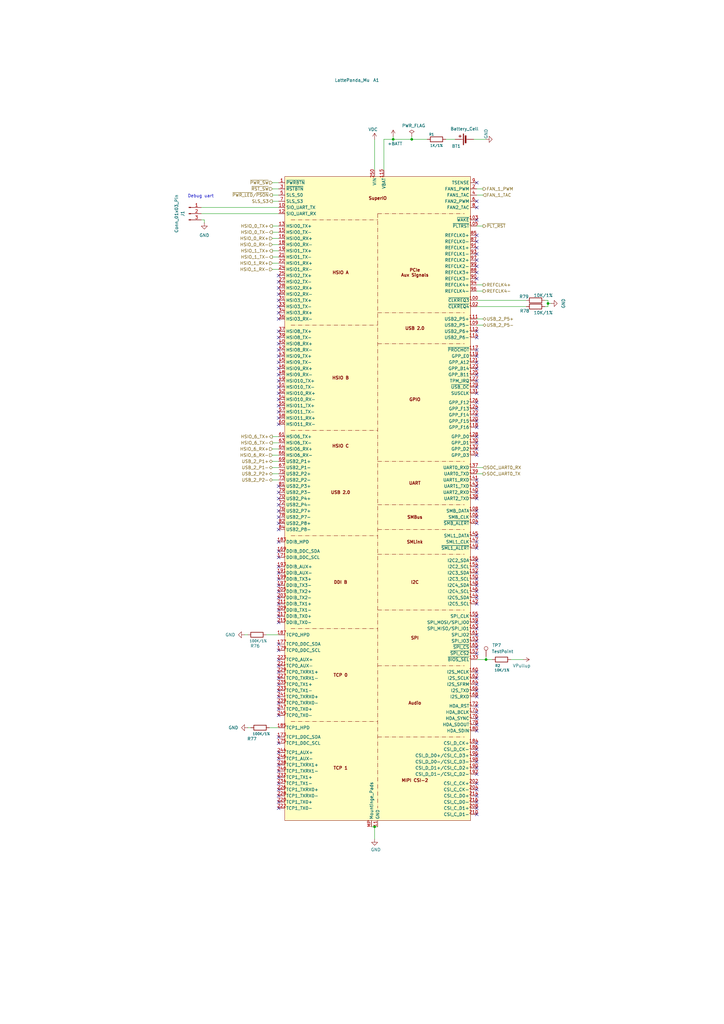
<source format=kicad_sch>
(kicad_sch (version 20250114) (generator "eeschema") (generator_version "9.0")
  (paper "A3" portrait)
  (lib_symbols
    (symbol "+3V3_1" (power) (pin_numbers (hide yes)) (pin_names (offset 0) (hide yes))
      (property "Value" "+3V3" (at 0 3.556 0))
      (symbol "+3V3_1_0_1"
        (polyline (pts (xy -0.762 1.27) (xy 0 2.54)))
        (polyline (pts (xy 0 2.54) (xy 0.762 1.27)))
        (polyline (pts (xy 0 0) (xy 0 2.54)))
      )
      (symbol "+3V3_1_1_1"
        (pin power_in line (at 0 0 90) (length 0) (name "~") (number "1"))
      )
    )
    (symbol "Connector:Conn_01x03_Pin" (pin_names (offset 1.016) (hide yes))
      (property "Reference" "J" (at 0 5.08 0))
      (property "Value" "Conn_01x03_Pin" (at 0 -5.08 0))
      (symbol "Conn_01x03_Pin_1_1"
        (rectangle (start 0.8636 2.667) (end 0 2.413) (stroke (width 0.1524)) (fill (type outline)))
        (rectangle (start 0.8636 0.127) (end 0 -0.127) (stroke (width 0.1524)) (fill (type outline)))
        (rectangle (start 0.8636 -2.413) (end 0 -2.667) (stroke (width 0.1524)) (fill (type outline)))
        (polyline (pts (xy 1.27 2.54) (xy 0.8636 2.54)) (stroke (width 0.1524)))
        (polyline (pts (xy 1.27 0) (xy 0.8636 0)) (stroke (width 0.1524)))
        (polyline (pts (xy 1.27 -2.54) (xy 0.8636 -2.54)) (stroke (width 0.1524)))
        (pin passive line (at 5.08 2.54 180) (length 3.81) (name "Pin_1") (number "1"))
        (pin passive line (at 5.08 0 180) (length 3.81) (name "Pin_2") (number "2"))
        (pin passive line (at 5.08 -2.54 180) (length 3.81) (name "Pin_3") (number "3"))
      )
    )
    (symbol "Connector:TestPoint" (pin_numbers (hide yes)) (pin_names (offset 0.762) (hide yes))
      (property "Reference" "TP" (at 0 6.858 0))
      (property "Value" "TestPoint" (at 0 5.08 0))
      (symbol "TestPoint_0_1"
        (circle (center 0 3.302) (radius 0.762))
      )
      (symbol "TestPoint_1_1"
        (pin passive line (at 0 0 90) (length 2.54) (name "1") (number "1"))
      )
    )
    (symbol "Device:Battery_Cell" (pin_numbers (hide yes)) (pin_names (offset 0) (hide yes))
      (property "Reference" "BT" (at 2.54 2.54 0))
      (property "Value" "Battery_Cell" (at 2.54 0 0))
      (symbol "Battery_Cell_0_1"
        (rectangle (start -2.286 1.778) (end 2.286 1.524) (fill (type outline)))
        (rectangle (start -1.524 1.016) (end 1.524 0.508) (fill (type outline)))
        (polyline (pts (xy 0 1.778) (xy 0 2.54)))
        (polyline (pts (xy 0 0.762) (xy 0 0)))
        (polyline (pts (xy 0.762 3.048) (xy 1.778 3.048)) (stroke (width 0.254)))
        (polyline (pts (xy 1.27 3.556) (xy 1.27 2.54)) (stroke (width 0.254)))
      )
      (symbol "Battery_Cell_1_1"
        (pin passive line (at 0 5.08 270) (length 2.54) (name "+") (number "1"))
        (pin passive line (at 0 -2.54 90) (length 2.54) (name "-") (number "2"))
      )
    )
    (symbol "Device:R" (pin_numbers (hide yes)) (pin_names (offset 0))
      (property "Reference" "R" (at 2.032 0 90))
      (property "Value" "R" (at 0 0 90))
      (symbol "R_0_1"
        (rectangle (start -1.016 -2.54) (end 1.016 2.54) (stroke (width 0.254)))
      )
      (symbol "R_1_1"
        (pin passive line (at 0 3.81 270) (length 1.27) (name "~") (number "1"))
        (pin passive line (at 0 -3.81 90) (length 1.27) (name "~") (number "2"))
      )
    )
    (symbol "MCU_Module_LattePanda:LattePanda_Mu"
      (property "Reference" "A" (at -38.1 133.35 0))
      (property "Value" "LattePanda_Mu" (at 38.1 133.35 0))
      (symbol "LattePanda_Mu_1_0"
        (pin passive line (at 0 -134.62 90) (length 2.54) (hide yes) (name "GND") (number "101"))
        (pin passive line (at 0 -134.62 90) (length 2.54) (hide yes) (name "GND") (number "107"))
        (pin passive line (at 0 -134.62 90) (length 2.54) (hide yes) (name "GND") (number "110"))
        (pin passive line (at 0 -134.62 90) (length 2.54) (hide yes) (name "GND") (number "113"))
        (pin passive line (at 0 -134.62 90) (length 2.54) (hide yes) (name "GND") (number "116"))
        (pin passive line (at 0 -134.62 90) (length 2.54) (hide yes) (name "GND") (number "135"))
        (pin passive line (at 0 -134.62 90) (length 2.54) (hide yes) (name "GND") (number "136"))
        (pin passive line (at 0 -134.62 90) (length 2.54) (hide yes) (name "GND") (number "14"))
        (pin passive line (at 0 -134.62 90) (length 2.54) (hide yes) (name "GND") (number "151"))
        (pin passive line (at 0 -134.62 90) (length 2.54) (hide yes) (name "GND") (number "158"))
        (pin passive line (at 0 -134.62 90) (length 2.54) (hide yes) (name "GND") (number "167"))
        (pin passive line (at 0 -134.62 90) (length 2.54) (hide yes) (name "GND") (number "17"))
        (pin passive line (at 0 -134.62 90) (length 2.54) (hide yes) (name "GND") (number "170"))
        (pin passive line (at 0 -134.62 90) (length 2.54) (hide yes) (name "GND") (number "181"))
        (pin passive line (at 0 -134.62 90) (length 2.54) (hide yes) (name "GND") (number "182"))
        (pin passive line (at 0 -134.62 90) (length 2.54) (hide yes) (name "GND") (number "188"))
        (pin passive line (at 0 -134.62 90) (length 2.54) (hide yes) (name "GND") (number "189"))
        (pin passive line (at 0 -134.62 90) (length 2.54) (hide yes) (name "GND") (number "194"))
        (pin passive line (at 0 -134.62 90) (length 2.54) (hide yes) (name "GND") (number "195"))
        (pin passive line (at 0 -134.62 90) (length 2.54) (hide yes) (name "GND") (number "20"))
        (pin passive line (at 0 -134.62 90) (length 2.54) (hide yes) (name "GND") (number "200"))
        (pin passive line (at 0 -134.62 90) (length 2.54) (hide yes) (name "GND") (number "201"))
        (pin passive line (at 0 -134.62 90) (length 2.54) (hide yes) (name "GND") (number "206"))
        (pin passive line (at 0 -134.62 90) (length 2.54) (hide yes) (name "GND") (number "207"))
        (pin passive line (at 0 -134.62 90) (length 2.54) (hide yes) (name "GND") (number "212"))
        (pin passive line (at 0 -134.62 90) (length 2.54) (hide yes) (name "GND") (number "213"))
        (pin passive line (at 0 -134.62 90) (length 2.54) (hide yes) (name "GND") (number "218"))
        (pin passive line (at 0 -134.62 90) (length 2.54) (hide yes) (name "GND") (number "219"))
        (pin passive line (at 0 -134.62 90) (length 2.54) (hide yes) (name "GND") (number "224"))
        (pin passive line (at 0 -134.62 90) (length 2.54) (hide yes) (name "GND") (number "225"))
        (pin passive line (at 0 -134.62 90) (length 2.54) (hide yes) (name "GND") (number "23"))
        (pin passive line (at 0 -134.62 90) (length 2.54) (hide yes) (name "GND") (number "230"))
        (pin passive line (at 0 -134.62 90) (length 2.54) (hide yes) (name "GND") (number "231"))
        (pin passive line (at 0 -134.62 90) (length 2.54) (hide yes) (name "GND") (number "236"))
        (pin passive line (at 0 -134.62 90) (length 2.54) (hide yes) (name "GND") (number "237"))
        (pin passive line (at 0 -134.62 90) (length 2.54) (hide yes) (name "GND") (number "242"))
        (pin passive line (at 0 -134.62 90) (length 2.54) (hide yes) (name "GND") (number "243"))
        (pin passive line (at 0 -134.62 90) (length 2.54) (hide yes) (name "GND") (number "248"))
        (pin passive line (at 0 -134.62 90) (length 2.54) (hide yes) (name "GND") (number "249"))
        (pin passive line (at 0 -134.62 90) (length 2.54) (hide yes) (name "GND") (number "26"))
        (pin passive line (at 0 -134.62 90) (length 2.54) (hide yes) (name "GND") (number "29"))
        (pin passive line (at 0 -134.62 90) (length 2.54) (hide yes) (name "GND") (number "32"))
        (pin passive line (at 0 -134.62 90) (length 2.54) (hide yes) (name "GND") (number "35"))
        (pin passive line (at 0 -134.62 90) (length 2.54) (hide yes) (name "GND") (number "38"))
        (pin passive line (at 0 -134.62 90) (length 2.54) (hide yes) (name "GND") (number "41"))
        (pin passive line (at 0 -134.62 90) (length 2.54) (hide yes) (name "GND") (number "44"))
        (pin passive line (at 0 -134.62 90) (length 2.54) (hide yes) (name "GND") (number "47"))
        (pin passive line (at 0 -134.62 90) (length 2.54) (hide yes) (name "GND") (number "50"))
        (pin passive line (at 0 -134.62 90) (length 2.54) (hide yes) (name "GND") (number "53"))
        (pin passive line (at 0 -134.62 90) (length 2.54) (hide yes) (name "GND") (number "56"))
        (pin passive line (at 0 -134.62 90) (length 2.54) (hide yes) (name "GND") (number "59"))
        (pin passive line (at 0 -134.62 90) (length 2.54) (hide yes) (name "GND") (number "62"))
        (pin passive line (at 0 -134.62 90) (length 2.54) (hide yes) (name "GND") (number "65"))
        (pin passive line (at 0 -134.62 90) (length 2.54) (hide yes) (name "GND") (number "68"))
        (pin passive line (at 0 -134.62 90) (length 2.54) (hide yes) (name "GND") (number "71"))
        (pin passive line (at 0 -134.62 90) (length 2.54) (hide yes) (name "GND") (number "74"))
        (pin passive line (at 0 -134.62 90) (length 2.54) (hide yes) (name "GND") (number "77"))
        (pin passive line (at 0 -134.62 90) (length 2.54) (hide yes) (name "GND") (number "80"))
        (pin passive line (at 0 -134.62 90) (length 2.54) (hide yes) (name "GND") (number "83"))
        (pin passive line (at 0 -134.62 90) (length 2.54) (hide yes) (name "GND") (number "86"))
        (pin passive line (at 0 -134.62 90) (length 2.54) (hide yes) (name "GND") (number "89"))
        (pin passive line (at 0 -134.62 90) (length 2.54) (hide yes) (name "GND") (number "92"))
        (pin passive line (at 0 -134.62 90) (length 2.54) (hide yes) (name "GND") (number "95"))
        (pin passive line (at 0 -134.62 90) (length 2.54) (hide yes) (name "GND") (number "98"))
      )
      (symbol "LattePanda_Mu_1_1"
        (rectangle (start -38.1 132.08) (end 38.1 -132.08) (fill (type background)))
        (polyline (pts (xy -35.56 114.3) (xy 0 114.3)) (stroke (width 0) (type dash_dot)))
        (polyline (pts (xy -35.56 71.12) (xy 0 71.12)) (stroke (width 0) (type dash_dot)))
        (polyline (pts (xy -35.56 27.94) (xy 0 27.94)) (stroke (width 0) (type dash_dot)))
        (polyline (pts (xy -35.56 -15.24) (xy 0 -15.24)) (stroke (width 0) (type dash_dot)))
        (polyline (pts (xy -35.56 -53.34) (xy 0 -53.34)) (stroke (width 0) (type dash_dot)))
        (polyline (pts (xy -35.56 -91.44) (xy 0 -91.44)) (stroke (width 0) (type dash_dot)))
        (polyline (pts (xy 0 116.84) (xy 0 -127)) (stroke (width 0) (type dash_dot)))
        (polyline (pts (xy 0 116.84) (xy 35.56 116.84)) (stroke (width 0) (type dash_dot)))
        (polyline (pts (xy 0 76.2) (xy 35.56 76.2)) (stroke (width 0) (type dash_dot)))
        (polyline (pts (xy 0 63.5) (xy 35.56 63.5)) (stroke (width 0) (type dash_dot)))
        (polyline (pts (xy 0 15.24) (xy 35.56 15.24)) (stroke (width 0) (type dash_dot)))
        (polyline (pts (xy 0 -2.54) (xy 35.56 -2.54)) (stroke (width 0) (type dash_dot)))
        (polyline (pts (xy 0 -12.7) (xy 35.56 -12.7)) (stroke (width 0) (type dash_dot)))
        (polyline (pts (xy 0 -22.86) (xy 35.56 -22.86)) (stroke (width 0) (type dash_dot)))
        (polyline (pts (xy 0 -45.72) (xy 35.56 -45.72)) (stroke (width 0) (type dash_dot)))
        (polyline (pts (xy 0 -68.58) (xy 35.56 -68.58)) (stroke (width 0) (type dash_dot)))
        (polyline (pts (xy 0 -97.79) (xy 35.56 -97.79)) (stroke (width 0) (type dash_dot)))
        (text "HSIO A" (at -15.24 92.71 0) (effects (font (size 1.27 1.27) (bold yes))))
        (text "HSIO B" (at -15.24 49.53 0) (effects (font (size 1.27 1.27) (bold yes))))
        (text "HSIO C" (at -15.24 21.59 0) (effects (font (size 1.27 1.27) (bold yes))))
        (text "USB 2.0" (at -15.24 2.54 0) (effects (font (size 1.27 1.27) (bold yes))))
        (text "DDI B" (at -15.24 -34.29 0) (effects (font (size 1.27 1.27) (bold yes))))
        (text "TCP 0" (at -15.24 -72.39 0) (effects (font (size 1.27 1.27) (bold yes))))
        (text "TCP 1" (at -15.24 -110.49 0) (effects (font (size 1.27 1.27) (bold yes))))
        (text "SuperIO" (at 0 123.19 0) (effects (font (size 1.27 1.27) (bold yes))))
        (text "PCIe\nAux Signals" (at 15.24 92.71 0) (effects (font (size 1.27 1.27) (bold yes))))
        (text "USB 2.0" (at 15.24 69.85 0) (effects (font (size 1.27 1.27) (bold yes))))
        (text "GPIO" (at 15.24 40.64 0) (effects (font (size 1.27 1.27) (bold yes))))
        (text "UART" (at 15.24 6.35 0) (effects (font (size 1.27 1.27) (bold yes))))
        (text "SMBus" (at 15.24 -7.62 0) (effects (font (size 1.27 1.27) (bold yes))))
        (text "SMLink" (at 15.24 -17.78 0) (effects (font (size 1.27 1.27) (bold yes))))
        (text "I2C" (at 15.24 -34.29 0) (effects (font (size 1.27 1.27) (bold yes))))
        (text "SPI" (at 15.24 -57.15 0) (effects (font (size 1.27 1.27) (bold yes))))
        (text "Audio" (at 15.24 -83.82 0) (effects (font (size 1.27 1.27) (bold yes))))
        (text "MIPI CSI-2" (at 15.24 -115.57 0) (effects (font (size 1.27 1.27) (bold yes))))
        (pin input line (at -40.64 129.54 0) (length 2.54) (name "~{PWRBTN}") (number "1"))
        (pin input line (at -40.64 127 0) (length 2.54) (name "~{RSTBTN}") (number "3"))
        (pin output line (at -40.64 124.46 0) (length 2.54) (name "SLS_S0") (number "5"))
        (pin output line (at -40.64 121.92 0) (length 2.54) (name "SLS_S3") (number "7"))
        (pin output line (at -40.64 119.38 0) (length 2.54) (name "SIO_UART_TX") (number "10"))
        (pin input line (at -40.64 116.84 0) (length 2.54) (name "SIO_UART_RX") (number "12"))
        (pin output line (at -40.64 111.76 0) (length 2.54) (name "HSIO0_TX+") (number "13"))
        (pin output line (at -40.64 109.22 0) (length 2.54) (name "HSIO0_TX-") (number "15"))
        (pin input line (at -40.64 106.68 0) (length 2.54) (name "HSIO0_RX+") (number "16"))
        (pin input line (at -40.64 104.14 0) (length 2.54) (name "HSIO0_RX-") (number "18"))
        (pin output line (at -40.64 101.6 0) (length 2.54) (name "HSIO1_TX+") (number "19"))
        (pin output line (at -40.64 99.06 0) (length 2.54) (name "HSIO1_TX-") (number "21"))
        (pin input line (at -40.64 96.52 0) (length 2.54) (name "HSIO1_RX+") (number "22"))
        (pin input line (at -40.64 93.98 0) (length 2.54) (name "HSIO1_RX-") (number "24"))
        (pin output line (at -40.64 91.44 0) (length 2.54) (name "HSIO2_TX+") (number "25"))
        (pin output line (at -40.64 88.9 0) (length 2.54) (name "HSIO2_TX-") (number "27"))
        (pin input line (at -40.64 86.36 0) (length 2.54) (name "HSIO2_RX+") (number "28"))
        (pin input line (at -40.64 83.82 0) (length 2.54) (name "HSIO2_RX-") (number "30"))
        (pin output line (at -40.64 81.28 0) (length 2.54) (name "HSIO3_TX+") (number "31"))
        (pin output line (at -40.64 78.74 0) (length 2.54) (name "HSIO3_TX-") (number "33"))
        (pin input line (at -40.64 76.2 0) (length 2.54) (name "HSIO3_RX+") (number "34"))
        (pin input line (at -40.64 73.66 0) (length 2.54) (name "HSIO3_RX-") (number "36"))
        (pin output line (at -40.64 68.58 0) (length 2.54) (name "HSIO8_TX+") (number "37"))
        (pin output line (at -40.64 66.04 0) (length 2.54) (name "HSIO8_TX-") (number "39"))
        (pin input line (at -40.64 63.5 0) (length 2.54) (name "HSIO8_RX+") (number "40"))
        (pin input line (at -40.64 60.96 0) (length 2.54) (name "HSIO8_RX-") (number "42"))
        (pin output line (at -40.64 58.42 0) (length 2.54) (name "HSIO9_TX+") (number "43"))
        (pin output line (at -40.64 55.88 0) (length 2.54) (name "HSIO9_TX-") (number "45"))
        (pin input line (at -40.64 53.34 0) (length 2.54) (name "HSIO9_RX+") (number "46"))
        (pin input line (at -40.64 50.8 0) (length 2.54) (name "HSIO9_RX-") (number "48"))
        (pin output line (at -40.64 48.26 0) (length 2.54) (name "HSIO10_TX+") (number "49"))
        (pin output line (at -40.64 45.72 0) (length 2.54) (name "HSIO10_TX-") (number "51"))
        (pin input line (at -40.64 43.18 0) (length 2.54) (name "HSIO10_RX+") (number "52"))
        (pin input line (at -40.64 40.64 0) (length 2.54) (name "HSIO10_RX-") (number "54"))
        (pin output line (at -40.64 38.1 0) (length 2.54) (name "HSIO11_TX+") (number "55"))
        (pin output line (at -40.64 35.56 0) (length 2.54) (name "HSIO11_TX-") (number "57"))
        (pin input line (at -40.64 33.02 0) (length 2.54) (name "HSIO11_RX+") (number "58"))
        (pin input line (at -40.64 30.48 0) (length 2.54) (name "HSIO11_RX-") (number "60"))
        (pin output line (at -40.64 25.4 0) (length 2.54) (name "HSIO6_TX+") (number "61"))
        (pin output line (at -40.64 22.86 0) (length 2.54) (name "HSIO6_TX-") (number "63"))
        (pin input line (at -40.64 20.32 0) (length 2.54) (name "HSIO6_RX+") (number "64"))
        (pin input line (at -40.64 17.78 0) (length 2.54) (name "HSIO6_RX-") (number "66"))
        (pin bidirectional line (at -40.64 15.24 0) (length 2.54) (name "USB2_P1+") (number "69"))
        (pin bidirectional line (at -40.64 12.7 0) (length 2.54) (name "USB2_P1-") (number "67"))
        (pin bidirectional line (at -40.64 10.16 0) (length 2.54) (name "USB2_P2+") (number "75"))
        (pin bidirectional line (at -40.64 7.62 0) (length 2.54) (name "USB2_P2-") (number "73"))
        (pin bidirectional line (at -40.64 5.08 0) (length 2.54) (name "USB2_P3+") (number "81"))
        (pin bidirectional line (at -40.64 2.54 0) (length 2.54) (name "USB2_P3-") (number "79"))
        (pin bidirectional line (at -40.64 0 0) (length 2.54) (name "USB2_P4+") (number "70"))
        (pin bidirectional line (at -40.64 -2.54 0) (length 2.54) (name "USB2_P4-") (number "72"))
        (pin bidirectional line (at -40.64 -5.08 0) (length 2.54) (name "USB2_P7+") (number "76"))
        (pin bidirectional line (at -40.64 -7.62 0) (length 2.54) (name "USB2_P7-") (number "78"))
        (pin bidirectional line (at -40.64 -10.16 0) (length 2.54) (name "USB2_P8+") (number "82"))
        (pin bidirectional line (at -40.64 -12.7 0) (length 2.54) (name "USB2_P8-") (number "84"))
        (pin input line (at -40.64 -17.78 0) (length 2.54) (name "DDIB_HPD") (number "183"))
        (pin bidirectional line (at -40.64 -21.59 0) (length 2.54) (name "DDIB_DDC_SDA") (number "169"))
        (pin bidirectional line (at -40.64 -24.13 0) (length 2.54) (name "DDIB_DDC_SCL") (number "171"))
        (pin bidirectional line (at -40.64 -27.94 0) (length 2.54) (name "DDIB_AUX+") (number "193"))
        (pin bidirectional line (at -40.64 -30.48 0) (length 2.54) (name "DDIB_AUX-") (number "191"))
        (pin output line (at -40.64 -33.02 0) (length 2.54) (name "DDIB_TX3+") (number "199"))
        (pin output line (at -40.64 -35.56 0) (length 2.54) (name "DDIB_TX3-") (number "197"))
        (pin output line (at -40.64 -38.1 0) (length 2.54) (name "DDIB_TX2+") (number "205"))
        (pin output line (at -40.64 -40.64 0) (length 2.54) (name "DDIB_TX2-") (number "203"))
        (pin output line (at -40.64 -43.18 0) (length 2.54) (name "DDIB_TX1+") (number "211"))
        (pin output line (at -40.64 -45.72 0) (length 2.54) (name "DDIB_TX1-") (number "209"))
        (pin output line (at -40.64 -48.26 0) (length 2.54) (name "DDIB_TX0+") (number "217"))
        (pin output line (at -40.64 -50.8 0) (length 2.54) (name "DDIB_TX0-") (number "215"))
        (pin input line (at -40.64 -55.88 0) (length 2.54) (name "TCP0_HPD") (number "187"))
        (pin bidirectional line (at -40.64 -59.69 0) (length 2.54) (name "TCP0_DDC_SDA") (number "177"))
        (pin bidirectional line (at -40.64 -62.23 0) (length 2.54) (name "TCP0_DDC_SCL") (number "179"))
        (pin bidirectional line (at -40.64 -66.04 0) (length 2.54) (name "TCP0_AUX+") (number "223"))
        (pin bidirectional line (at -40.64 -68.58 0) (length 2.54) (name "TCP0_AUX-") (number "221"))
        (pin bidirectional line (at -40.64 -71.12 0) (length 2.54) (name "TCP0_TXRX1+") (number "229"))
        (pin bidirectional line (at -40.64 -73.66 0) (length 2.54) (name "TCP0_TXRX1-") (number "227"))
        (pin output line (at -40.64 -76.2 0) (length 2.54) (name "TCP0_TX1+") (number "235"))
        (pin output line (at -40.64 -78.74 0) (length 2.54) (name "TCP0_TX1-") (number "233"))
        (pin bidirectional line (at -40.64 -81.28 0) (length 2.54) (name "TCP0_TXRX0+") (number "241"))
        (pin bidirectional line (at -40.64 -83.82 0) (length 2.54) (name "TCP0_TXRX0-") (number "239"))
        (pin output line (at -40.64 -86.36 0) (length 2.54) (name "TCP0_TX0+") (number "247"))
        (pin output line (at -40.64 -88.9 0) (length 2.54) (name "TCP0_TX0-") (number "245"))
        (pin input line (at -40.64 -93.98 0) (length 2.54) (name "TCP1_HPD") (number "185"))
        (pin bidirectional line (at -40.64 -97.79 0) (length 2.54) (name "TCP1_DDC_SDA") (number "173"))
        (pin bidirectional line (at -40.64 -100.33 0) (length 2.54) (name "TCP1_DDC_SCL") (number "175"))
        (pin bidirectional line (at -40.64 -104.14 0) (length 2.54) (name "TCP1_AUX+") (number "244"))
        (pin bidirectional line (at -40.64 -106.68 0) (length 2.54) (name "TCP1_AUX-") (number "246"))
        (pin bidirectional line (at -40.64 -109.22 0) (length 2.54) (name "TCP1_TXRX1+") (number "238"))
        (pin bidirectional line (at -40.64 -111.76 0) (length 2.54) (name "TCP1_TXRX1-") (number "240"))
        (pin output line (at -40.64 -114.3 0) (length 2.54) (name "TCP1_TX1+") (number "232"))
        (pin output line (at -40.64 -116.84 0) (length 2.54) (name "TCP1_TX1-") (number "234"))
        (pin bidirectional line (at -40.64 -119.38 0) (length 2.54) (name "TCP1_TXRX0+") (number "226"))
        (pin bidirectional line (at -40.64 -121.92 0) (length 2.54) (name "TCP1_TXRX0-") (number "228"))
        (pin output line (at -40.64 -124.46 0) (length 2.54) (name "TCP1_TX0+") (number "220"))
        (pin output line (at -40.64 -127 0) (length 2.54) (name "TCP1_TX0-") (number "222"))
        (pin passive line (at -2.54 -134.62 90) (length 2.54) (name "Mountinge_Pads") (number "MP"))
        (pin power_in line (at -1.27 134.62 270) (length 2.54) (name "VIN") (number "250"))
        (pin passive line (at -1.27 134.62 270) (length 2.54) (hide yes) (name "VIN") (number "251"))
        (pin passive line (at -1.27 134.62 270) (length 2.54) (hide yes) (name "VIN") (number "252"))
        (pin passive line (at -1.27 134.62 270) (length 2.54) (hide yes) (name "VIN") (number "253"))
        (pin passive line (at -1.27 134.62 270) (length 2.54) (hide yes) (name "VIN") (number "254"))
        (pin passive line (at -1.27 134.62 270) (length 2.54) (hide yes) (name "VIN") (number "255"))
        (pin passive line (at -1.27 134.62 270) (length 2.54) (hide yes) (name "VIN") (number "256"))
        (pin passive line (at -1.27 134.62 270) (length 2.54) (hide yes) (name "VIN") (number "257"))
        (pin passive line (at -1.27 134.62 270) (length 2.54) (hide yes) (name "VIN") (number "258"))
        (pin passive line (at -1.27 134.62 270) (length 2.54) (hide yes) (name "VIN") (number "259"))
        (pin passive line (at -1.27 134.62 270) (length 2.54) (hide yes) (name "VIN") (number "260"))
        (pin power_in line (at 0 -134.62 90) (length 2.54) (name "GND") (number "11"))
        (pin power_in line (at 2.54 134.62 270) (length 2.54) (name "VBAT") (number "115"))
        (pin input line (at 40.64 129.54 180) (length 2.54) (name "TSENSE") (number "9"))
        (pin output line (at 40.64 127 180) (length 2.54) (name "FAN1_PWM") (number "2"))
        (pin input line (at 40.64 124.46 180) (length 2.54) (name "FAN1_TAC") (number "4"))
        (pin output line (at 40.64 121.92 180) (length 2.54) (name "FAN2_PWM") (number "6"))
        (pin input line (at 40.64 119.38 180) (length 2.54) (name "FAN2_TAC") (number "8"))
        (pin input line (at 40.64 114.3 180) (length 2.54) (name "~{WAKE}") (number "103"))
        (pin output line (at 40.64 111.76 180) (length 2.54) (name "~{PLTRST}") (number "105"))
        (pin output line (at 40.64 107.95 180) (length 2.54) (name "REFCLK0+") (number "85"))
        (pin output line (at 40.64 105.41 180) (length 2.54) (name "REFCLK0-") (number "87"))
        (pin output line (at 40.64 102.87 180) (length 2.54) (name "REFCLK1+") (number "91"))
        (pin output line (at 40.64 100.33 180) (length 2.54) (name "REFCLK1-") (number "93"))
        (pin output line (at 40.64 97.79 180) (length 2.54) (name "REFCLK2+") (number "97"))
        (pin output line (at 40.64 95.25 180) (length 2.54) (name "REFCLK2-") (number "99"))
        (pin output line (at 40.64 92.71 180) (length 2.54) (name "REFCLK3+") (number "88"))
        (pin output line (at 40.64 90.17 180) (length 2.54) (name "REFCLK3-") (number "90"))
        (pin output line (at 40.64 87.63 180) (length 2.54) (name "REFCLK4+") (number "94"))
        (pin output line (at 40.64 85.09 180) (length 2.54) (name "REFCLK4-") (number "96"))
        (pin bidirectional line (at 40.64 81.28 180) (length 2.54) (name "~{CLKREQ3}") (number "100"))
        (pin bidirectional line (at 40.64 78.74 180) (length 2.54) (name "~{CLKREQ4}") (number "102"))
        (pin bidirectional line (at 40.64 73.66 180) (length 2.54) (name "USB2_P5+") (number "111"))
        (pin bidirectional line (at 40.64 71.12 180) (length 2.54) (name "USB2_P5-") (number "109"))
        (pin bidirectional line (at 40.64 68.58 180) (length 2.54) (name "USB2_P6+") (number "112"))
        (pin bidirectional line (at 40.64 66.04 180) (length 2.54) (name "USB2_P6-") (number "114"))
        (pin bidirectional line (at 40.64 60.96 180) (length 2.54) (name "~{PROCHOT}") (number "117"))
        (pin bidirectional line (at 40.64 58.42 180) (length 2.54) (name "GPP_E0") (number "119"))
        (pin bidirectional line (at 40.64 55.88 180) (length 2.54) (name "GPP_A12") (number "121"))
        (pin bidirectional line (at 40.64 53.34 180) (length 2.54) (name "GPP_B14") (number "123"))
        (pin bidirectional line (at 40.64 50.8 180) (length 2.54) (name "GPP_B11") (number "125"))
        (pin input line (at 40.64 48.26 180) (length 2.54) (name "TPM_IRQ") (number "127"))
        (pin input line (at 40.64 45.72 180) (length 2.54) (name "~{USB_OC}") (number "129"))
        (pin output line (at 40.64 43.18 180) (length 2.54) (name "SUSCLK") (number "131"))
        (pin bidirectional line (at 40.64 39.37 180) (length 2.54) (name "GPP_F12") (number "126"))
        (pin bidirectional line (at 40.64 36.83 180) (length 2.54) (name "GPP_F13") (number "124"))
        (pin bidirectional line (at 40.64 34.29 180) (length 2.54) (name "GPP_F14") (number "122"))
        (pin bidirectional line (at 40.64 31.75 180) (length 2.54) (name "GPP_F15") (number "120"))
        (pin bidirectional line (at 40.64 29.21 180) (length 2.54) (name "GPP_F16") (number "118"))
        (pin bidirectional line (at 40.64 25.4 180) (length 2.54) (name "GPP_D0") (number "128"))
        (pin bidirectional line (at 40.64 22.86 180) (length 2.54) (name "GPP_D1") (number "130"))
        (pin bidirectional line (at 40.64 20.32 180) (length 2.54) (name "GPP_D2") (number "132"))
        (pin bidirectional line (at 40.64 17.78 180) (length 2.54) (name "GPP_D3") (number "134"))
        (pin input line (at 40.64 12.7 180) (length 2.54) (name "UART0_RXD") (number "137"))
        (pin output line (at 40.64 10.16 180) (length 2.54) (name "UART0_TXD") (number "139"))
        (pin input line (at 40.64 7.62 180) (length 2.54) (name "UART1_RXD") (number "141"))
        (pin output line (at 40.64 5.08 180) (length 2.54) (name "UART1_TXD") (number "143"))
        (pin input line (at 40.64 2.54 180) (length 2.54) (name "UART2_RXD") (number "140"))
        (pin output line (at 40.64 0 180) (length 2.54) (name "UART2_TXD") (number "138"))
        (pin bidirectional line (at 40.64 -5.08 180) (length 2.54) (name "SMB_DATA") (number "108"))
        (pin output line (at 40.64 -7.62 180) (length 2.54) (name "SMB_CLK") (number "106"))
        (pin input line (at 40.64 -10.16 180) (length 2.54) (name "~{SMB_ALERT}") (number "104"))
        (pin bidirectional line (at 40.64 -15.24 180) (length 2.54) (name "SML1_DATA") (number "145"))
        (pin output line (at 40.64 -17.78 180) (length 2.54) (name "SML1_CLK") (number "147"))
        (pin input line (at 40.64 -20.32 180) (length 2.54) (name "~{SML1_ALERT}") (number "149"))
        (pin bidirectional line (at 40.64 -25.4 180) (length 2.54) (name "I2C2_SDA") (number "156"))
        (pin output line (at 40.64 -27.94 180) (length 2.54) (name "I2C2_SCL") (number "154"))
        (pin bidirectional line (at 40.64 -30.48 180) (length 2.54) (name "I2C3_SDA") (number "152"))
        (pin output line (at 40.64 -33.02 180) (length 2.54) (name "I2C3_SCL") (number "150"))
        (pin bidirectional line (at 40.64 -35.56 180) (length 2.54) (name "I2C4_SDA") (number "148"))
        (pin output line (at 40.64 -38.1 180) (length 2.54) (name "I2C4_SCL") (number "146"))
        (pin bidirectional line (at 40.64 -40.64 180) (length 2.54) (name "I2C5_SDA") (number "144"))
        (pin output line (at 40.64 -43.18 180) (length 2.54) (name "I2C5_SCL") (number "142"))
        (pin output line (at 40.64 -48.26 180) (length 2.54) (name "SPI_CLK") (number "155"))
        (pin bidirectional line (at 40.64 -50.8 180) (length 2.54) (name "SPI_MOSI/SPI_IO0") (number "159"))
        (pin bidirectional line (at 40.64 -53.34 180) (length 2.54) (name "SPI_MISO/SPI_IO1") (number "163"))
        (pin bidirectional line (at 40.64 -55.88 180) (length 2.54) (name "SPI_IO2") (number "161"))
        (pin bidirectional line (at 40.64 -58.42 180) (length 2.54) (name "SPI_IO3") (number "153"))
        (pin bidirectional line (at 40.64 -60.96 180) (length 2.54) (name "~{SPI_CS}") (number "165"))
        (pin output line (at 40.64 -63.5 180) (length 2.54) (name "~{SPI_CS2}") (number "157"))
        (pin input line (at 40.64 -66.04 180) (length 2.54) (name "~{BIOS_SEL}") (number "133"))
        (pin output line (at 40.64 -71.12 180) (length 2.54) (name "I2S_MCLK") (number "160"))
        (pin output line (at 40.64 -73.66 180) (length 2.54) (name "I2S_SCLK") (number "162"))
        (pin output line (at 40.64 -76.2 180) (length 2.54) (name "I2S_SFRM") (number "164"))
        (pin output line (at 40.64 -78.74 180) (length 2.54) (name "I2S_TXD") (number "166"))
        (pin input line (at 40.64 -81.28 180) (length 2.54) (name "I2S_RXD") (number "168"))
        (pin output line (at 40.64 -85.09 180) (length 2.54) (name "HDA_RST") (number "172"))
        (pin output line (at 40.64 -87.63 180) (length 2.54) (name "HDA_BCLK") (number "174"))
        (pin output line (at 40.64 -90.17 180) (length 2.54) (name "HDA_SYNC") (number "176"))
        (pin output line (at 40.64 -92.71 180) (length 2.54) (name "HDA_SDOUT") (number "178"))
        (pin input line (at 40.64 -95.25 180) (length 2.54) (name "HDA_SDIN") (number "180"))
        (pin input line (at 40.64 -100.33 180) (length 2.54) (name "CSI_D_CK+") (number "184"))
        (pin input line (at 40.64 -102.87 180) (length 2.54) (name "CSI_D_CK-") (number "186"))
        (pin input line (at 40.64 -105.41 180) (length 2.54) (name "CSI_D_D0+/CSI_C_D3+") (number "196"))
        (pin input line (at 40.64 -107.95 180) (length 2.54) (name "CSI_D_D0-/CSI_C_D3-") (number "198"))
        (pin input line (at 40.64 -110.49 180) (length 2.54) (name "CSI_D_D1+/CSI_C_D2+") (number "190"))
        (pin input line (at 40.64 -113.03 180) (length 2.54) (name "CSI_D_D1-/CSI_C_D2-") (number "192"))
        (pin input line (at 40.64 -116.84 180) (length 2.54) (name "CSI_C_CK+") (number "202"))
        (pin input line (at 40.64 -119.38 180) (length 2.54) (name "CSI_C_CK-") (number "204"))
        (pin input line (at 40.64 -121.92 180) (length 2.54) (name "CSI_C_D0+") (number "214"))
        (pin input line (at 40.64 -124.46 180) (length 2.54) (name "CSI_C_D0-") (number "216"))
        (pin input line (at 40.64 -127 180) (length 2.54) (name "CSI_C_D1+") (number "208"))
        (pin input line (at 40.64 -129.54 180) (length 2.54) (name "CSI_C_D1-") (number "210"))
      )
    )
    (symbol "power:+BATT" (power) (pin_numbers (hide yes)) (pin_names (offset 0) (hide yes))
      (property "Value" "+BATT" (at 0 3.556 0))
      (symbol "+BATT_0_1"
        (polyline (pts (xy -0.762 1.27) (xy 0 2.54)))
        (polyline (pts (xy 0 2.54) (xy 0.762 1.27)))
        (polyline (pts (xy 0 0) (xy 0 2.54)))
      )
      (symbol "+BATT_1_1"
        (pin power_in line (at 0 0 90) (length 0) (name "~") (number "1"))
      )
    )
    (symbol "power:GND" (power) (pin_numbers (hide yes)) (pin_names (offset 0) (hide yes))
      (property "Value" "GND" (at 0 -3.81 0))
      (symbol "GND_0_1"
        (polyline (pts (xy 0 0) (xy 0 -1.27) (xy 1.27 -1.27) (xy 0 -2.54) (xy -1.27 -1.27) (xy 0 -1.27)))
      )
      (symbol "GND_1_1"
        (pin power_in line (at 0 0 270) (length 0) (name "~") (number "1"))
      )
    )
    (symbol "power:PWR_FLAG" (power) (pin_numbers (hide yes)) (pin_names (offset 0) (hide yes))
      (property "Value" "PWR_FLAG" (at 0 3.81 0))
      (symbol "PWR_FLAG_0_0"
        (pin power_out line (at 0 0 90) (length 0) (name "~") (number "1"))
      )
      (symbol "PWR_FLAG_0_1"
        (polyline (pts (xy 0 0) (xy 0 1.27) (xy -1.016 1.905) (xy 0 2.54) (xy 1.016 1.905) (xy 0 1.27)))
      )
    )
    (symbol "power:VDC" (power) (pin_numbers (hide yes)) (pin_names (offset 0) (hide yes))
      (property "Value" "VDC" (at 0 3.556 0))
      (symbol "VDC_0_1"
        (polyline (pts (xy -0.762 1.27) (xy 0 2.54)))
        (polyline (pts (xy 0 2.54) (xy 0.762 1.27)))
        (polyline (pts (xy 0 0) (xy 0 2.54)))
      )
      (symbol "VDC_1_1"
        (pin power_in line (at 0 0 90) (length 0) (name "~") (number "1"))
      )
    )
  )
  (text "Debug uart" (at 76.962 80.518 0) (effects (font (size 1.27 1.27)) (justify left)))
  (junction (at 199.39 270.51))
  (junction (at 168.91 57.15))
  (junction (at 161.29 57.15))
  (junction (at 153.67 339.09))
  (junction (at 224.79 124.46))
  (no_connect (at 195.58 234.95))
  (no_connect (at 114.3 245.11))
  (no_connect (at 114.3 318.77))
  (no_connect (at 114.3 115.57))
  (no_connect (at 195.58 209.55))
  (no_connect (at 195.58 74.93))
  (no_connect (at 195.58 135.89))
  (no_connect (at 114.3 280.67))
  (no_connect (at 195.58 148.59))
  (no_connect (at 114.3 316.23))
  (no_connect (at 114.3 171.45))
  (no_connect (at 114.3 255.27))
  (no_connect (at 114.3 228.6))
  (no_connect (at 195.58 285.75))
  (no_connect (at 195.58 165.1))
  (no_connect (at 114.3 226.06))
  (no_connect (at 195.58 314.96))
  (no_connect (at 114.3 237.49))
  (no_connect (at 195.58 96.52))
  (no_connect (at 195.58 161.29))
  (no_connect (at 195.58 280.67))
  (no_connect (at 195.58 158.75))
  (no_connect (at 114.3 311.15))
  (no_connect (at 195.58 172.72))
  (no_connect (at 195.58 212.09))
  (no_connect (at 114.3 125.73))
  (no_connect (at 114.3 275.59))
  (no_connect (at 195.58 114.3))
  (no_connect (at 114.3 264.16))
  (no_connect (at 195.58 224.79))
  (no_connect (at 114.3 285.75))
  (no_connect (at 195.58 255.27))
  (no_connect (at 114.3 217.17))
  (no_connect (at 114.3 113.03))
  (no_connect (at 114.3 204.47))
  (no_connect (at 114.3 326.39))
  (no_connect (at 195.58 245.11))
  (no_connect (at 195.58 304.8))
  (no_connect (at 195.58 82.55))
  (no_connect (at 114.3 156.21))
  (no_connect (at 195.58 167.64))
  (no_connect (at 114.3 158.75))
  (no_connect (at 114.3 135.89))
  (no_connect (at 195.58 90.17))
  (no_connect (at 114.3 240.03))
  (no_connect (at 195.58 275.59))
  (no_connect (at 195.58 326.39))
  (no_connect (at 195.58 186.69))
  (no_connect (at 114.3 331.47))
  (no_connect (at 195.58 214.63))
  (no_connect (at 114.3 123.19))
  (no_connect (at 114.3 143.51))
  (no_connect (at 114.3 146.05))
  (no_connect (at 195.58 262.89))
  (no_connect (at 114.3 302.26))
  (no_connect (at 195.58 232.41))
  (no_connect (at 195.58 85.09))
  (no_connect (at 195.58 109.22))
  (no_connect (at 195.58 328.93))
  (no_connect (at 114.3 199.39))
  (no_connect (at 114.3 118.11))
  (no_connect (at 114.3 138.43))
  (no_connect (at 195.58 294.64))
  (no_connect (at 195.58 229.87))
  (no_connect (at 195.58 252.73))
  (no_connect (at 114.3 250.19))
  (no_connect (at 195.58 99.06))
  (no_connect (at 195.58 106.68))
  (no_connect (at 195.58 289.56))
  (no_connect (at 114.3 252.73))
  (no_connect (at 114.3 283.21))
  (no_connect (at 195.58 170.18))
  (no_connect (at 195.58 138.43))
  (no_connect (at 195.58 321.31))
  (no_connect (at 114.3 214.63))
  (no_connect (at 195.58 175.26))
  (no_connect (at 195.58 104.14))
  (no_connect (at 195.58 204.47))
  (no_connect (at 195.58 242.57))
  (no_connect (at 195.58 199.39))
  (no_connect (at 114.3 304.8))
  (no_connect (at 195.58 334.01))
  (no_connect (at 195.58 240.03))
  (no_connect (at 195.58 260.35))
  (no_connect (at 114.3 173.99))
  (no_connect (at 195.58 156.21))
  (no_connect (at 114.3 168.91))
  (no_connect (at 195.58 179.07))
  (no_connect (at 195.58 151.13))
  (no_connect (at 114.3 163.83))
  (no_connect (at 114.3 151.13))
  (no_connect (at 195.58 219.71))
  (no_connect (at 114.3 288.29))
  (no_connect (at 114.3 209.55))
  (no_connect (at 114.3 201.93))
  (no_connect (at 195.58 111.76))
  (no_connect (at 195.58 292.1))
  (no_connect (at 114.3 166.37))
  (no_connect (at 195.58 283.21))
  (no_connect (at 114.3 153.67))
  (no_connect (at 114.3 321.31))
  (no_connect (at 114.3 120.65))
  (no_connect (at 114.3 293.37))
  (no_connect (at 114.3 234.95))
  (no_connect (at 114.3 247.65))
  (no_connect (at 114.3 278.13))
  (no_connect (at 114.3 232.41))
  (no_connect (at 195.58 153.67))
  (no_connect (at 114.3 207.01))
  (no_connect (at 195.58 278.13))
  (no_connect (at 114.3 128.27))
  (no_connect (at 114.3 148.59))
  (no_connect (at 195.58 317.5))
  (no_connect (at 195.58 101.6))
  (no_connect (at 114.3 266.7))
  (no_connect (at 114.3 308.61))
  (no_connect (at 195.58 323.85))
  (no_connect (at 114.3 290.83))
  (no_connect (at 114.3 323.85))
  (no_connect (at 195.58 299.72))
  (no_connect (at 195.58 297.18))
  (no_connect (at 195.58 257.81))
  (no_connect (at 114.3 328.93))
  (no_connect (at 114.3 140.97))
  (no_connect (at 195.58 146.05))
  (no_connect (at 114.3 222.25))
  (no_connect (at 195.58 196.85))
  (no_connect (at 114.3 270.51))
  (no_connect (at 195.58 265.43))
  (no_connect (at 195.58 331.47))
  (no_connect (at 195.58 181.61))
  (no_connect (at 195.58 247.65))
  (no_connect (at 195.58 237.49))
  (no_connect (at 195.58 222.25))
  (no_connect (at 114.3 313.69))
  (no_connect (at 195.58 312.42))
  (no_connect (at 195.58 201.93))
  (no_connect (at 195.58 267.97))
  (no_connect (at 195.58 143.51))
  (no_connect (at 195.58 307.34))
  (no_connect (at 114.3 161.29))
  (no_connect (at 195.58 184.15))
  (no_connect (at 114.3 130.81))
  (no_connect (at 195.58 309.88))
  (no_connect (at 114.3 242.57))
  (no_connect (at 114.3 273.05))
  (no_connect (at 114.3 212.09))
  (wire (pts (xy 111.76 105.41) (xy 114.3 105.41)))
  (wire (pts (xy 109.22 260.35) (xy 114.3 260.35)))
  (wire (pts (xy 161.29 55.88) (xy 161.29 57.15)))
  (wire (pts (xy 161.29 57.15) (xy 168.91 57.15)))
  (wire (pts (xy 223.52 125.73) (xy 224.79 125.73)))
  (wire (pts (xy 111.76 186.69) (xy 114.3 186.69)))
  (wire (pts (xy 195.58 194.31) (xy 198.12 194.31)))
  (wire (pts (xy 111.76 179.07) (xy 114.3 179.07)))
  (wire (pts (xy 153.67 339.09) (xy 154.94 339.09)))
  (wire (pts (xy 111.76 102.87) (xy 114.3 102.87)))
  (wire (pts (xy 195.58 116.84) (xy 198.12 116.84)))
  (wire (pts (xy 161.29 57.15) (xy 157.48 57.15)))
  (wire (pts (xy 186.69 57.15) (xy 182.88 57.15)))
  (wire (pts (xy 195.58 119.38) (xy 198.12 119.38)))
  (wire (pts (xy 153.67 339.09) (xy 153.67 344.17)))
  (wire (pts (xy 111.76 184.15) (xy 114.3 184.15)))
  (wire (pts (xy 111.76 107.95) (xy 114.3 107.95)))
  (wire (pts (xy 83.82 90.17) (xy 83.82 91.44)))
  (wire (pts (xy 195.58 80.01) (xy 198.12 80.01)))
  (wire (pts (xy 194.31 57.15) (xy 199.39 57.15)))
  (wire (pts (xy 100.33 260.35) (xy 101.6 260.35)))
  (wire (pts (xy 168.91 57.15) (xy 175.26 57.15)))
  (wire (pts (xy 195.58 125.73) (xy 215.9 125.73)))
  (wire (pts (xy 83.82 90.17) (xy 82.55 90.17)))
  (wire (pts (xy 195.58 92.71) (xy 198.12 92.71)))
  (wire (pts (xy 195.58 270.51) (xy 199.39 270.51)))
  (wire (pts (xy 168.91 55.88) (xy 168.91 57.15)))
  (wire (pts (xy 195.58 133.35) (xy 198.12 133.35)))
  (wire (pts (xy 209.55 270.51) (xy 214.63 270.51)))
  (wire (pts (xy 111.76 82.55) (xy 114.3 82.55)))
  (wire (pts (xy 111.76 80.01) (xy 114.3 80.01)))
  (wire (pts (xy 224.79 125.73) (xy 224.79 124.46)))
  (wire (pts (xy 111.76 77.47) (xy 114.3 77.47)))
  (wire (pts (xy 111.76 194.31) (xy 114.3 194.31)))
  (wire (pts (xy 195.58 77.47) (xy 198.12 77.47)))
  (wire (pts (xy 111.76 196.85) (xy 114.3 196.85)))
  (wire (pts (xy 111.76 95.25) (xy 114.3 95.25)))
  (wire (pts (xy 111.76 191.77) (xy 114.3 191.77)))
  (wire (pts (xy 114.3 87.63) (xy 82.55 87.63)))
  (wire (pts (xy 111.76 92.71) (xy 114.3 92.71)))
  (wire (pts (xy 223.52 123.19) (xy 224.79 123.19)))
  (wire (pts (xy 111.76 189.23) (xy 114.3 189.23)))
  (wire (pts (xy 114.3 85.09) (xy 82.55 85.09)))
  (wire (pts (xy 195.58 191.77) (xy 198.12 191.77)))
  (wire (pts (xy 111.76 110.49) (xy 114.3 110.49)))
  (wire (pts (xy 224.79 124.46) (xy 226.06 124.46)))
  (wire (pts (xy 101.6 298.45) (xy 102.87 298.45)))
  (wire (pts (xy 199.39 269.24) (xy 199.39 270.51)))
  (wire (pts (xy 195.58 123.19) (xy 215.9 123.19)))
  (wire (pts (xy 224.79 124.46) (xy 224.79 123.19)))
  (wire (pts (xy 111.76 74.93) (xy 114.3 74.93)))
  (wire (pts (xy 111.76 100.33) (xy 114.3 100.33)))
  (wire (pts (xy 110.49 298.45) (xy 114.3 298.45)))
  (wire (pts (xy 111.76 97.79) (xy 114.3 97.79)))
  (wire (pts (xy 111.76 181.61) (xy 114.3 181.61)))
  (wire (pts (xy 199.39 270.51) (xy 201.93 270.51)))
  (wire (pts (xy 153.67 57.15) (xy 153.67 69.85)))
  (wire (pts (xy 157.48 57.15) (xy 157.48 69.85)))
  (wire (pts (xy 195.58 130.81) (xy 198.12 130.81)))
  (wire (pts (xy 152.4 339.09) (xy 153.67 339.09)))
  (hierarchical_label "SOC_UART0_TX" (shape output) (at 198.12 194.31 0))
  (hierarchical_label "REFCLK4-" (shape output) (at 198.12 119.38 0))
  (hierarchical_label "USB_2_P1-" (shape bidirectional) (at 111.76 191.77 180))
  (hierarchical_label "HSIO_1_TX+" (shape output) (at 111.76 102.87 180))
  (hierarchical_label "SLS_S3" (shape output) (at 111.76 82.55 180))
  (hierarchical_label "HSIO_1_TX-" (shape output) (at 111.76 105.41 180))
  (hierarchical_label "HSIO_6_TX+" (shape output) (at 111.76 179.07 180))
  (hierarchical_label "HSIO_0_RX-" (shape input) (at 111.76 100.33 180))
  (hierarchical_label "HSIO_0_TX+" (shape output) (at 111.76 92.71 180))
  (hierarchical_label "~{RST_SW}" (shape input) (at 111.76 77.47 180))
  (hierarchical_label "~{PLT_RST}" (shape output) (at 198.12 92.71 0))
  (hierarchical_label "FAN_1_PWM" (shape output) (at 198.12 77.47 0))
  (hierarchical_label "SOC_UART0_RX" (shape input) (at 198.12 191.77 0))
  (hierarchical_label "USB_2_P5+" (shape bidirectional) (at 198.12 130.81 0))
  (hierarchical_label "HSIO_6_RX-" (shape input) (at 111.76 186.69 180))
  (hierarchical_label "HSIO_0_TX-" (shape output) (at 111.76 95.25 180))
  (hierarchical_label "USB_2_P2+" (shape bidirectional) (at 111.76 194.31 180))
  (hierarchical_label "HSIO_6_RX+" (shape input) (at 111.76 184.15 180))
  (hierarchical_label "USB_2_P5-" (shape bidirectional) (at 198.12 133.35 0))
  (hierarchical_label "~{PWR_LED}{slash}~{PSON}" (shape output) (at 111.76 80.01 180))
  (hierarchical_label "USB_2_P2-" (shape bidirectional) (at 111.76 196.85 180))
  (hierarchical_label "USB_2_P1+" (shape bidirectional) (at 111.76 189.23 180))
  (hierarchical_label "HSIO_6_TX-" (shape output) (at 111.76 181.61 180))
  (hierarchical_label "HSIO_1_RX-" (shape input) (at 111.76 110.49 180))
  (hierarchical_label "HSIO_0_RX+" (shape input) (at 111.76 97.79 180))
  (hierarchical_label "REFCLK4+" (shape output) (at 198.12 116.84 0))
  (hierarchical_label "~{PWR_SW}" (shape input) (at 111.76 74.93 180))
  (hierarchical_label "HSIO_1_RX+" (shape input) (at 111.76 107.95 180))
  (hierarchical_label "FAN_1_TAC" (shape input) (at 198.12 80.01 0))
  (symbol (lib_id "MCU_Module_LattePanda:LattePanda_Mu") (at 154.94 204.47 0) (unit 1)
    (property "Reference" "A1" (at 153.035 32.893 0) (effects (justify left)))
    (property "Value" "LattePanda_Mu" (at 137.287 32.893 0) (effects (justify left)))
    (property "Footprint" "Module_LattePanda:LattePanda_Module_H8.0mm_Horizontal" (effects (hide yes)))
    (property "Description" "A micro computing module with x86 processer, RAM and eMMC." (effects (hide yes)))
  )
  (symbol (lib_id "power:GND") (at 226.06 124.46 90) (unit 1)
    (property "Reference" "#PWR0104" (effects (hide yes)))
    (property "Value" "GND" (at 231.14 124.46 0))
  )
  (symbol (lib_id "power:GND") (at 101.6 298.45 270) (unit 1)
    (property "Reference" "#PWR0120" (effects (hide yes)))
    (property "Value" "GND" (at 97.79 298.4499 90) (effects (justify right)))
  )
  (symbol (lib_id "power:PWR_FLAG") (at 168.91 55.88 0) (unit 1)
    (property "Reference" "#FLG0201" (effects (hide yes)))
    (property "Value" "PWR_FLAG" (at 169.672 51.562 0))
    (property "Description" "Special symbol for telling ERC where power comes from" (effects (hide yes)))
  )
  (symbol (lib_id "Device:R") (at 179.07 57.15 90) (unit 1)
    (property "Reference" "R1" (at 177.038 55.118 90) (effects (font (size 1 1))))
    (property "Value" "1K/1%" (at 179.07 59.69 90) (effects (font (size 1 1))))
    (property "Footprint" "A_HDJ_Library:R_0402_1005Metric" (effects (hide yes)))
  )
  (symbol (lib_id "power:GND") (at 153.67 344.17 0) (unit 1)
    (property "Reference" "#PWR07" (effects (hide yes)))
    (property "Value" "GND" (at 156.21 348.488 0) (effects (justify right)))
  )
  (symbol (lib_id "power:GND") (at 83.82 91.44 0) (unit 1)
    (property "Reference" "#PWR05" (effects (hide yes)))
    (property "Value" "GND" (at 83.82 96.52 0))
  )
  (symbol (lib_id "power:GND") (at 100.33 260.35 270) (unit 1)
    (property "Reference" "#PWR0119" (effects (hide yes)))
    (property "Value" "GND" (at 96.52 260.3499 90) (effects (justify right)))
  )
  (symbol (lib_id "Device:R") (at 105.41 260.35 270) (unit 1)
    (property "Reference" "R76" (at 104.648 264.922 90))
    (property "Value" "100K/1%" (at 105.918 262.89 90) (effects (font (size 1 1))))
    (property "Footprint" "A_HDJ_Library:R_0402_1005Metric" (effects (hide yes)))
  )
  (symbol (lib_id "Device:R") (at 219.71 123.19 90) (unit 1)
    (property "Reference" "R79" (at 216.916 121.666 90) (effects (justify left)))
    (property "Value" "10K/1%" (at 226.822 121.158 90) (effects (justify left)))
    (property "Footprint" "Resistor_SMD:R_0402_1005Metric" (effects (hide yes)))
    (property "Description" "Resistor" (effects (hide yes)))
  )
  (symbol (lib_id "power:+BATT") (at 161.29 55.88 0) (unit 1)
    (property "Reference" "#PWR08" (effects (hide yes)))
    (property "Value" "+BATT" (at 162.052 58.928 0))
  )
  (symbol (lib_name "+3V3_1") (lib_id "power:+3V3") (at 214.63 270.51 270) (unit 1)
    (property "Reference" "#PWR010" (effects (hide yes)))
    (property "Value" "VPullup" (at 210.312 273.05 90) (effects (justify left)))
    (property "Description" "Power symbol creates a global label with name \"VPullup\"" (effects (hide yes)))
  )
  (symbol (lib_id "Device:R") (at 219.71 125.73 90) (unit 1)
    (property "Reference" "R78" (at 217.17 127.508 90) (effects (justify left)))
    (property "Value" "10K/1%" (at 226.822 128.27 90) (effects (justify left)))
    (property "Footprint" "Resistor_SMD:R_0402_1005Metric" (effects (hide yes)))
    (property "Description" "Resistor" (effects (hide yes)))
  )
  (symbol (lib_id "Device:R") (at 106.68 298.45 270) (unit 1)
    (property "Reference" "R77" (at 103.378 303.022 90))
    (property "Value" "100K/1%" (at 107.188 300.99 90) (effects (font (size 1 1))))
    (property "Footprint" "A_HDJ_Library:R_0402_1005Metric" (effects (hide yes)))
  )
  (symbol (lib_id "Connector:TestPoint") (at 199.39 269.24 0) (unit 1) (in_bom no)
    (property "Reference" "TP7" (at 201.93 264.6679 0) (effects (justify left)))
    (property "Value" "TestPoint" (at 201.676 267.208 0) (effects (justify left)))
    (property "Footprint" "A_HDJ_Library:TestPoint_Pad_D1.5mm" (effects (hide yes)))
    (property "Description" "test point" (effects (hide yes)))
  )
  (symbol (lib_id "Connector:Conn_01x03_Pin") (at 77.47 87.63 0) (unit 1)
    (property "Reference" "J1" (at 74.93 87.63 90))
    (property "Value" "Conn_01x03_Pin" (at 72.39 87.63 90))
    (property "Footprint" "A_HDJ_Library:PinHeader_1x03_P2.54mm_Vertical" (effects (hide yes)))
  )
  (symbol (lib_id "Device:Battery_Cell") (at 191.77 57.15 90) (unit 1)
    (property "Reference" "BT1" (at 188.976 59.944 90) (effects (justify left)))
    (property "Value" "Battery_Cell" (at 196.342 52.832 90) (effects (justify left)))
    (property "Footprint" "A_HDJ_Library:Battery_Holder_CR1220_S8411-45R" (effects (hide yes)))
  )
  (symbol (lib_id "power:VDC") (at 153.67 57.15 0) (unit 1)
    (property "Reference" "#PWR06" (effects (hide yes)))
    (property "Value" "VDC" (at 154.94 53.086 0) (effects (justify right)))
  )
  (symbol (lib_id "power:GND") (at 199.39 57.15 90) (unit 1)
    (property "Reference" "#PWR09" (effects (hide yes)))
    (property "Value" "GND" (at 199.39 52.832 0) (effects (justify right)))
  )
  (symbol (lib_id "Device:R") (at 205.74 270.51 90) (unit 1)
    (property "Reference" "R2" (at 205.232 273.05 90) (effects (font (size 1 1)) (justify left)))
    (property "Value" "10K/1%" (at 209.042 274.828 90) (effects (font (size 1 1)) (justify left)))
    (property "Footprint" "A_HDJ_Library:R_0402_1005Metric" (effects (hide yes)))
  )
)
</source>
